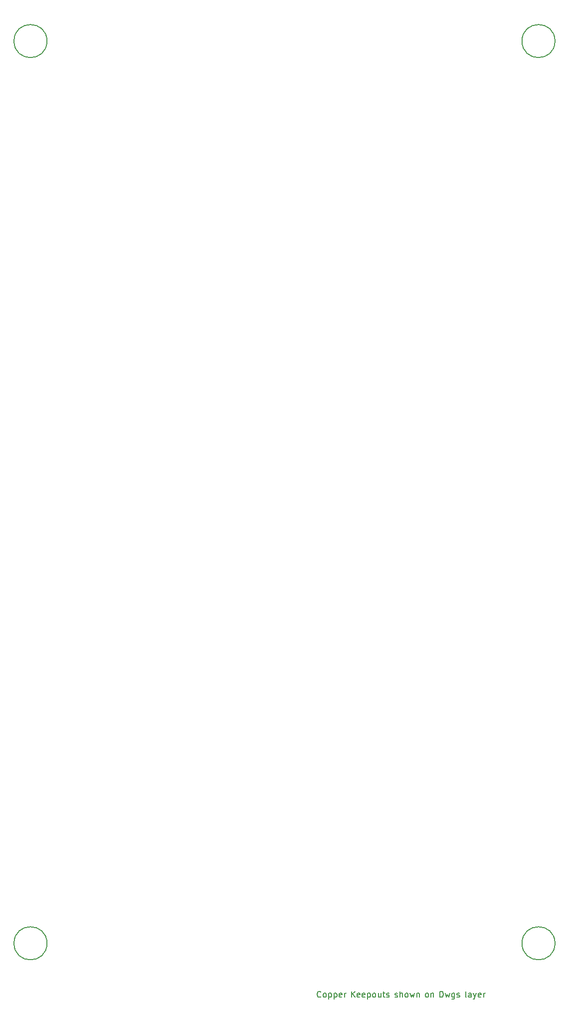
<source format=gbr>
%TF.GenerationSoftware,KiCad,Pcbnew,(7.0.0-0)*%
%TF.CreationDate,2023-03-24T11:45:06-07:00*%
%TF.ProjectId,dfh_badge,6466685f-6261-4646-9765-2e6b69636164,rev?*%
%TF.SameCoordinates,Original*%
%TF.FileFunction,Other,Comment*%
%FSLAX46Y46*%
G04 Gerber Fmt 4.6, Leading zero omitted, Abs format (unit mm)*
G04 Created by KiCad (PCBNEW (7.0.0-0)) date 2023-03-24 11:45:06*
%MOMM*%
%LPD*%
G01*
G04 APERTURE LIST*
%ADD10C,0.150000*%
G04 APERTURE END LIST*
D10*
%TO.C,U3*%
X82304759Y-186042142D02*
X82257140Y-186089761D01*
X82257140Y-186089761D02*
X82114283Y-186137380D01*
X82114283Y-186137380D02*
X82019045Y-186137380D01*
X82019045Y-186137380D02*
X81876188Y-186089761D01*
X81876188Y-186089761D02*
X81780950Y-185994523D01*
X81780950Y-185994523D02*
X81733331Y-185899285D01*
X81733331Y-185899285D02*
X81685712Y-185708809D01*
X81685712Y-185708809D02*
X81685712Y-185565952D01*
X81685712Y-185565952D02*
X81733331Y-185375476D01*
X81733331Y-185375476D02*
X81780950Y-185280238D01*
X81780950Y-185280238D02*
X81876188Y-185185000D01*
X81876188Y-185185000D02*
X82019045Y-185137380D01*
X82019045Y-185137380D02*
X82114283Y-185137380D01*
X82114283Y-185137380D02*
X82257140Y-185185000D01*
X82257140Y-185185000D02*
X82304759Y-185232619D01*
X82876188Y-186137380D02*
X82780950Y-186089761D01*
X82780950Y-186089761D02*
X82733331Y-186042142D01*
X82733331Y-186042142D02*
X82685712Y-185946904D01*
X82685712Y-185946904D02*
X82685712Y-185661190D01*
X82685712Y-185661190D02*
X82733331Y-185565952D01*
X82733331Y-185565952D02*
X82780950Y-185518333D01*
X82780950Y-185518333D02*
X82876188Y-185470714D01*
X82876188Y-185470714D02*
X83019045Y-185470714D01*
X83019045Y-185470714D02*
X83114283Y-185518333D01*
X83114283Y-185518333D02*
X83161902Y-185565952D01*
X83161902Y-185565952D02*
X83209521Y-185661190D01*
X83209521Y-185661190D02*
X83209521Y-185946904D01*
X83209521Y-185946904D02*
X83161902Y-186042142D01*
X83161902Y-186042142D02*
X83114283Y-186089761D01*
X83114283Y-186089761D02*
X83019045Y-186137380D01*
X83019045Y-186137380D02*
X82876188Y-186137380D01*
X83638093Y-185470714D02*
X83638093Y-186470714D01*
X83638093Y-185518333D02*
X83733331Y-185470714D01*
X83733331Y-185470714D02*
X83923807Y-185470714D01*
X83923807Y-185470714D02*
X84019045Y-185518333D01*
X84019045Y-185518333D02*
X84066664Y-185565952D01*
X84066664Y-185565952D02*
X84114283Y-185661190D01*
X84114283Y-185661190D02*
X84114283Y-185946904D01*
X84114283Y-185946904D02*
X84066664Y-186042142D01*
X84066664Y-186042142D02*
X84019045Y-186089761D01*
X84019045Y-186089761D02*
X83923807Y-186137380D01*
X83923807Y-186137380D02*
X83733331Y-186137380D01*
X83733331Y-186137380D02*
X83638093Y-186089761D01*
X84542855Y-185470714D02*
X84542855Y-186470714D01*
X84542855Y-185518333D02*
X84638093Y-185470714D01*
X84638093Y-185470714D02*
X84828569Y-185470714D01*
X84828569Y-185470714D02*
X84923807Y-185518333D01*
X84923807Y-185518333D02*
X84971426Y-185565952D01*
X84971426Y-185565952D02*
X85019045Y-185661190D01*
X85019045Y-185661190D02*
X85019045Y-185946904D01*
X85019045Y-185946904D02*
X84971426Y-186042142D01*
X84971426Y-186042142D02*
X84923807Y-186089761D01*
X84923807Y-186089761D02*
X84828569Y-186137380D01*
X84828569Y-186137380D02*
X84638093Y-186137380D01*
X84638093Y-186137380D02*
X84542855Y-186089761D01*
X85828569Y-186089761D02*
X85733331Y-186137380D01*
X85733331Y-186137380D02*
X85542855Y-186137380D01*
X85542855Y-186137380D02*
X85447617Y-186089761D01*
X85447617Y-186089761D02*
X85399998Y-185994523D01*
X85399998Y-185994523D02*
X85399998Y-185613571D01*
X85399998Y-185613571D02*
X85447617Y-185518333D01*
X85447617Y-185518333D02*
X85542855Y-185470714D01*
X85542855Y-185470714D02*
X85733331Y-185470714D01*
X85733331Y-185470714D02*
X85828569Y-185518333D01*
X85828569Y-185518333D02*
X85876188Y-185613571D01*
X85876188Y-185613571D02*
X85876188Y-185708809D01*
X85876188Y-185708809D02*
X85399998Y-185804047D01*
X86304760Y-186137380D02*
X86304760Y-185470714D01*
X86304760Y-185661190D02*
X86352379Y-185565952D01*
X86352379Y-185565952D02*
X86399998Y-185518333D01*
X86399998Y-185518333D02*
X86495236Y-185470714D01*
X86495236Y-185470714D02*
X86590474Y-185470714D01*
X87523808Y-186137380D02*
X87523808Y-185137380D01*
X88095236Y-186137380D02*
X87666665Y-185565952D01*
X88095236Y-185137380D02*
X87523808Y-185708809D01*
X88904760Y-186089761D02*
X88809522Y-186137380D01*
X88809522Y-186137380D02*
X88619046Y-186137380D01*
X88619046Y-186137380D02*
X88523808Y-186089761D01*
X88523808Y-186089761D02*
X88476189Y-185994523D01*
X88476189Y-185994523D02*
X88476189Y-185613571D01*
X88476189Y-185613571D02*
X88523808Y-185518333D01*
X88523808Y-185518333D02*
X88619046Y-185470714D01*
X88619046Y-185470714D02*
X88809522Y-185470714D01*
X88809522Y-185470714D02*
X88904760Y-185518333D01*
X88904760Y-185518333D02*
X88952379Y-185613571D01*
X88952379Y-185613571D02*
X88952379Y-185708809D01*
X88952379Y-185708809D02*
X88476189Y-185804047D01*
X89761903Y-186089761D02*
X89666665Y-186137380D01*
X89666665Y-186137380D02*
X89476189Y-186137380D01*
X89476189Y-186137380D02*
X89380951Y-186089761D01*
X89380951Y-186089761D02*
X89333332Y-185994523D01*
X89333332Y-185994523D02*
X89333332Y-185613571D01*
X89333332Y-185613571D02*
X89380951Y-185518333D01*
X89380951Y-185518333D02*
X89476189Y-185470714D01*
X89476189Y-185470714D02*
X89666665Y-185470714D01*
X89666665Y-185470714D02*
X89761903Y-185518333D01*
X89761903Y-185518333D02*
X89809522Y-185613571D01*
X89809522Y-185613571D02*
X89809522Y-185708809D01*
X89809522Y-185708809D02*
X89333332Y-185804047D01*
X90238094Y-185470714D02*
X90238094Y-186470714D01*
X90238094Y-185518333D02*
X90333332Y-185470714D01*
X90333332Y-185470714D02*
X90523808Y-185470714D01*
X90523808Y-185470714D02*
X90619046Y-185518333D01*
X90619046Y-185518333D02*
X90666665Y-185565952D01*
X90666665Y-185565952D02*
X90714284Y-185661190D01*
X90714284Y-185661190D02*
X90714284Y-185946904D01*
X90714284Y-185946904D02*
X90666665Y-186042142D01*
X90666665Y-186042142D02*
X90619046Y-186089761D01*
X90619046Y-186089761D02*
X90523808Y-186137380D01*
X90523808Y-186137380D02*
X90333332Y-186137380D01*
X90333332Y-186137380D02*
X90238094Y-186089761D01*
X91285713Y-186137380D02*
X91190475Y-186089761D01*
X91190475Y-186089761D02*
X91142856Y-186042142D01*
X91142856Y-186042142D02*
X91095237Y-185946904D01*
X91095237Y-185946904D02*
X91095237Y-185661190D01*
X91095237Y-185661190D02*
X91142856Y-185565952D01*
X91142856Y-185565952D02*
X91190475Y-185518333D01*
X91190475Y-185518333D02*
X91285713Y-185470714D01*
X91285713Y-185470714D02*
X91428570Y-185470714D01*
X91428570Y-185470714D02*
X91523808Y-185518333D01*
X91523808Y-185518333D02*
X91571427Y-185565952D01*
X91571427Y-185565952D02*
X91619046Y-185661190D01*
X91619046Y-185661190D02*
X91619046Y-185946904D01*
X91619046Y-185946904D02*
X91571427Y-186042142D01*
X91571427Y-186042142D02*
X91523808Y-186089761D01*
X91523808Y-186089761D02*
X91428570Y-186137380D01*
X91428570Y-186137380D02*
X91285713Y-186137380D01*
X92476189Y-185470714D02*
X92476189Y-186137380D01*
X92047618Y-185470714D02*
X92047618Y-185994523D01*
X92047618Y-185994523D02*
X92095237Y-186089761D01*
X92095237Y-186089761D02*
X92190475Y-186137380D01*
X92190475Y-186137380D02*
X92333332Y-186137380D01*
X92333332Y-186137380D02*
X92428570Y-186089761D01*
X92428570Y-186089761D02*
X92476189Y-186042142D01*
X92809523Y-185470714D02*
X93190475Y-185470714D01*
X92952380Y-185137380D02*
X92952380Y-185994523D01*
X92952380Y-185994523D02*
X92999999Y-186089761D01*
X92999999Y-186089761D02*
X93095237Y-186137380D01*
X93095237Y-186137380D02*
X93190475Y-186137380D01*
X93476190Y-186089761D02*
X93571428Y-186137380D01*
X93571428Y-186137380D02*
X93761904Y-186137380D01*
X93761904Y-186137380D02*
X93857142Y-186089761D01*
X93857142Y-186089761D02*
X93904761Y-185994523D01*
X93904761Y-185994523D02*
X93904761Y-185946904D01*
X93904761Y-185946904D02*
X93857142Y-185851666D01*
X93857142Y-185851666D02*
X93761904Y-185804047D01*
X93761904Y-185804047D02*
X93619047Y-185804047D01*
X93619047Y-185804047D02*
X93523809Y-185756428D01*
X93523809Y-185756428D02*
X93476190Y-185661190D01*
X93476190Y-185661190D02*
X93476190Y-185613571D01*
X93476190Y-185613571D02*
X93523809Y-185518333D01*
X93523809Y-185518333D02*
X93619047Y-185470714D01*
X93619047Y-185470714D02*
X93761904Y-185470714D01*
X93761904Y-185470714D02*
X93857142Y-185518333D01*
X94885714Y-186089761D02*
X94980952Y-186137380D01*
X94980952Y-186137380D02*
X95171428Y-186137380D01*
X95171428Y-186137380D02*
X95266666Y-186089761D01*
X95266666Y-186089761D02*
X95314285Y-185994523D01*
X95314285Y-185994523D02*
X95314285Y-185946904D01*
X95314285Y-185946904D02*
X95266666Y-185851666D01*
X95266666Y-185851666D02*
X95171428Y-185804047D01*
X95171428Y-185804047D02*
X95028571Y-185804047D01*
X95028571Y-185804047D02*
X94933333Y-185756428D01*
X94933333Y-185756428D02*
X94885714Y-185661190D01*
X94885714Y-185661190D02*
X94885714Y-185613571D01*
X94885714Y-185613571D02*
X94933333Y-185518333D01*
X94933333Y-185518333D02*
X95028571Y-185470714D01*
X95028571Y-185470714D02*
X95171428Y-185470714D01*
X95171428Y-185470714D02*
X95266666Y-185518333D01*
X95742857Y-186137380D02*
X95742857Y-185137380D01*
X96171428Y-186137380D02*
X96171428Y-185613571D01*
X96171428Y-185613571D02*
X96123809Y-185518333D01*
X96123809Y-185518333D02*
X96028571Y-185470714D01*
X96028571Y-185470714D02*
X95885714Y-185470714D01*
X95885714Y-185470714D02*
X95790476Y-185518333D01*
X95790476Y-185518333D02*
X95742857Y-185565952D01*
X96790476Y-186137380D02*
X96695238Y-186089761D01*
X96695238Y-186089761D02*
X96647619Y-186042142D01*
X96647619Y-186042142D02*
X96600000Y-185946904D01*
X96600000Y-185946904D02*
X96600000Y-185661190D01*
X96600000Y-185661190D02*
X96647619Y-185565952D01*
X96647619Y-185565952D02*
X96695238Y-185518333D01*
X96695238Y-185518333D02*
X96790476Y-185470714D01*
X96790476Y-185470714D02*
X96933333Y-185470714D01*
X96933333Y-185470714D02*
X97028571Y-185518333D01*
X97028571Y-185518333D02*
X97076190Y-185565952D01*
X97076190Y-185565952D02*
X97123809Y-185661190D01*
X97123809Y-185661190D02*
X97123809Y-185946904D01*
X97123809Y-185946904D02*
X97076190Y-186042142D01*
X97076190Y-186042142D02*
X97028571Y-186089761D01*
X97028571Y-186089761D02*
X96933333Y-186137380D01*
X96933333Y-186137380D02*
X96790476Y-186137380D01*
X97457143Y-185470714D02*
X97647619Y-186137380D01*
X97647619Y-186137380D02*
X97838095Y-185661190D01*
X97838095Y-185661190D02*
X98028571Y-186137380D01*
X98028571Y-186137380D02*
X98219047Y-185470714D01*
X98600000Y-185470714D02*
X98600000Y-186137380D01*
X98600000Y-185565952D02*
X98647619Y-185518333D01*
X98647619Y-185518333D02*
X98742857Y-185470714D01*
X98742857Y-185470714D02*
X98885714Y-185470714D01*
X98885714Y-185470714D02*
X98980952Y-185518333D01*
X98980952Y-185518333D02*
X99028571Y-185613571D01*
X99028571Y-185613571D02*
X99028571Y-186137380D01*
X100247619Y-186137380D02*
X100152381Y-186089761D01*
X100152381Y-186089761D02*
X100104762Y-186042142D01*
X100104762Y-186042142D02*
X100057143Y-185946904D01*
X100057143Y-185946904D02*
X100057143Y-185661190D01*
X100057143Y-185661190D02*
X100104762Y-185565952D01*
X100104762Y-185565952D02*
X100152381Y-185518333D01*
X100152381Y-185518333D02*
X100247619Y-185470714D01*
X100247619Y-185470714D02*
X100390476Y-185470714D01*
X100390476Y-185470714D02*
X100485714Y-185518333D01*
X100485714Y-185518333D02*
X100533333Y-185565952D01*
X100533333Y-185565952D02*
X100580952Y-185661190D01*
X100580952Y-185661190D02*
X100580952Y-185946904D01*
X100580952Y-185946904D02*
X100533333Y-186042142D01*
X100533333Y-186042142D02*
X100485714Y-186089761D01*
X100485714Y-186089761D02*
X100390476Y-186137380D01*
X100390476Y-186137380D02*
X100247619Y-186137380D01*
X101009524Y-185470714D02*
X101009524Y-186137380D01*
X101009524Y-185565952D02*
X101057143Y-185518333D01*
X101057143Y-185518333D02*
X101152381Y-185470714D01*
X101152381Y-185470714D02*
X101295238Y-185470714D01*
X101295238Y-185470714D02*
X101390476Y-185518333D01*
X101390476Y-185518333D02*
X101438095Y-185613571D01*
X101438095Y-185613571D02*
X101438095Y-186137380D01*
X102514286Y-186137380D02*
X102514286Y-185137380D01*
X102514286Y-185137380D02*
X102752381Y-185137380D01*
X102752381Y-185137380D02*
X102895238Y-185185000D01*
X102895238Y-185185000D02*
X102990476Y-185280238D01*
X102990476Y-185280238D02*
X103038095Y-185375476D01*
X103038095Y-185375476D02*
X103085714Y-185565952D01*
X103085714Y-185565952D02*
X103085714Y-185708809D01*
X103085714Y-185708809D02*
X103038095Y-185899285D01*
X103038095Y-185899285D02*
X102990476Y-185994523D01*
X102990476Y-185994523D02*
X102895238Y-186089761D01*
X102895238Y-186089761D02*
X102752381Y-186137380D01*
X102752381Y-186137380D02*
X102514286Y-186137380D01*
X103419048Y-185470714D02*
X103609524Y-186137380D01*
X103609524Y-186137380D02*
X103800000Y-185661190D01*
X103800000Y-185661190D02*
X103990476Y-186137380D01*
X103990476Y-186137380D02*
X104180952Y-185470714D01*
X104990476Y-185470714D02*
X104990476Y-186280238D01*
X104990476Y-186280238D02*
X104942857Y-186375476D01*
X104942857Y-186375476D02*
X104895238Y-186423095D01*
X104895238Y-186423095D02*
X104800000Y-186470714D01*
X104800000Y-186470714D02*
X104657143Y-186470714D01*
X104657143Y-186470714D02*
X104561905Y-186423095D01*
X104990476Y-186089761D02*
X104895238Y-186137380D01*
X104895238Y-186137380D02*
X104704762Y-186137380D01*
X104704762Y-186137380D02*
X104609524Y-186089761D01*
X104609524Y-186089761D02*
X104561905Y-186042142D01*
X104561905Y-186042142D02*
X104514286Y-185946904D01*
X104514286Y-185946904D02*
X104514286Y-185661190D01*
X104514286Y-185661190D02*
X104561905Y-185565952D01*
X104561905Y-185565952D02*
X104609524Y-185518333D01*
X104609524Y-185518333D02*
X104704762Y-185470714D01*
X104704762Y-185470714D02*
X104895238Y-185470714D01*
X104895238Y-185470714D02*
X104990476Y-185518333D01*
X105419048Y-186089761D02*
X105514286Y-186137380D01*
X105514286Y-186137380D02*
X105704762Y-186137380D01*
X105704762Y-186137380D02*
X105800000Y-186089761D01*
X105800000Y-186089761D02*
X105847619Y-185994523D01*
X105847619Y-185994523D02*
X105847619Y-185946904D01*
X105847619Y-185946904D02*
X105800000Y-185851666D01*
X105800000Y-185851666D02*
X105704762Y-185804047D01*
X105704762Y-185804047D02*
X105561905Y-185804047D01*
X105561905Y-185804047D02*
X105466667Y-185756428D01*
X105466667Y-185756428D02*
X105419048Y-185661190D01*
X105419048Y-185661190D02*
X105419048Y-185613571D01*
X105419048Y-185613571D02*
X105466667Y-185518333D01*
X105466667Y-185518333D02*
X105561905Y-185470714D01*
X105561905Y-185470714D02*
X105704762Y-185470714D01*
X105704762Y-185470714D02*
X105800000Y-185518333D01*
X107019048Y-186137380D02*
X106923810Y-186089761D01*
X106923810Y-186089761D02*
X106876191Y-185994523D01*
X106876191Y-185994523D02*
X106876191Y-185137380D01*
X107828572Y-186137380D02*
X107828572Y-185613571D01*
X107828572Y-185613571D02*
X107780953Y-185518333D01*
X107780953Y-185518333D02*
X107685715Y-185470714D01*
X107685715Y-185470714D02*
X107495239Y-185470714D01*
X107495239Y-185470714D02*
X107400001Y-185518333D01*
X107828572Y-186089761D02*
X107733334Y-186137380D01*
X107733334Y-186137380D02*
X107495239Y-186137380D01*
X107495239Y-186137380D02*
X107400001Y-186089761D01*
X107400001Y-186089761D02*
X107352382Y-185994523D01*
X107352382Y-185994523D02*
X107352382Y-185899285D01*
X107352382Y-185899285D02*
X107400001Y-185804047D01*
X107400001Y-185804047D02*
X107495239Y-185756428D01*
X107495239Y-185756428D02*
X107733334Y-185756428D01*
X107733334Y-185756428D02*
X107828572Y-185708809D01*
X108209525Y-185470714D02*
X108447620Y-186137380D01*
X108685715Y-185470714D02*
X108447620Y-186137380D01*
X108447620Y-186137380D02*
X108352382Y-186375476D01*
X108352382Y-186375476D02*
X108304763Y-186423095D01*
X108304763Y-186423095D02*
X108209525Y-186470714D01*
X109447620Y-186089761D02*
X109352382Y-186137380D01*
X109352382Y-186137380D02*
X109161906Y-186137380D01*
X109161906Y-186137380D02*
X109066668Y-186089761D01*
X109066668Y-186089761D02*
X109019049Y-185994523D01*
X109019049Y-185994523D02*
X109019049Y-185613571D01*
X109019049Y-185613571D02*
X109066668Y-185518333D01*
X109066668Y-185518333D02*
X109161906Y-185470714D01*
X109161906Y-185470714D02*
X109352382Y-185470714D01*
X109352382Y-185470714D02*
X109447620Y-185518333D01*
X109447620Y-185518333D02*
X109495239Y-185613571D01*
X109495239Y-185613571D02*
X109495239Y-185708809D01*
X109495239Y-185708809D02*
X109019049Y-185804047D01*
X109923811Y-186137380D02*
X109923811Y-185470714D01*
X109923811Y-185661190D02*
X109971430Y-185565952D01*
X109971430Y-185565952D02*
X110019049Y-185518333D01*
X110019049Y-185518333D02*
X110114287Y-185470714D01*
X110114287Y-185470714D02*
X110209525Y-185470714D01*
%TO.C,REF\u002A\u002A*%
X35800000Y-24075000D02*
G75*
G03*
X35800000Y-24075000I-2800000J0D01*
G01*
X122050000Y-177000000D02*
G75*
G03*
X122050000Y-177000000I-2800000J0D01*
G01*
X35800000Y-177000000D02*
G75*
G03*
X35800000Y-177000000I-2800000J0D01*
G01*
X122050000Y-24075000D02*
G75*
G03*
X122050000Y-24075000I-2800000J0D01*
G01*
%TD*%
M02*

</source>
